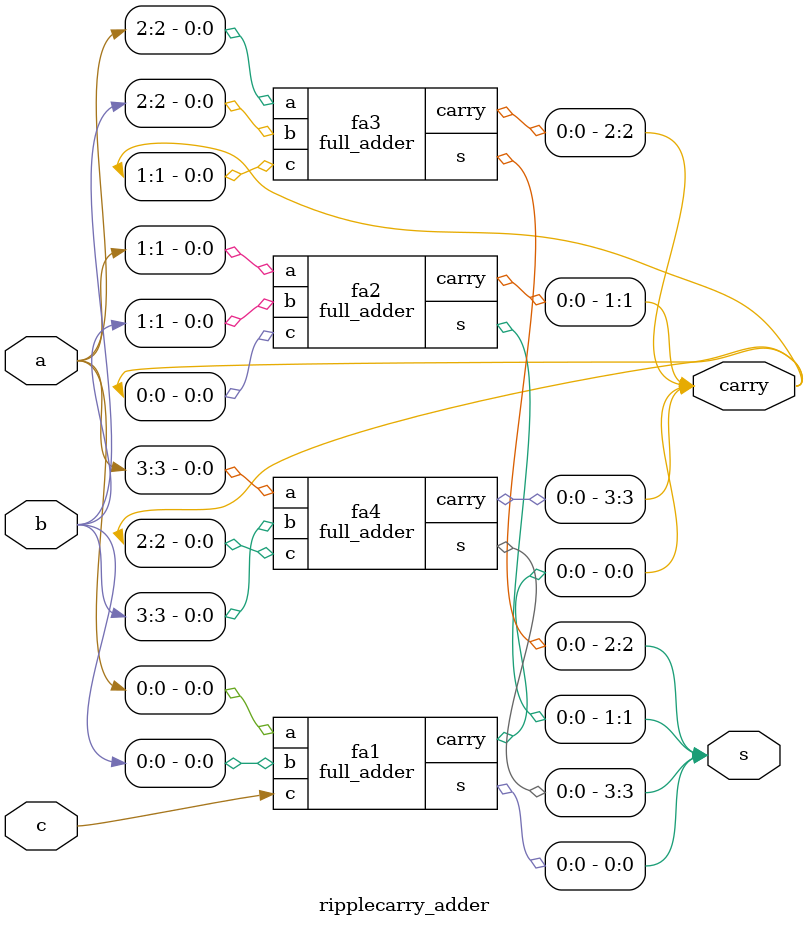
<source format=v>
module full_adder(input a,b,c,output s,carry);

assign s=a^b^c;
assign carry=a&b|b&c|a&c;

endmodule

module 	ripplecarry_adder(input [3:0]a,b,input c, output [3:0]s,carry);

full_adder fa1(.a(a[0]),.b(b[0]),.c(c),.s(s[0]),.carry(carry[0]));
full_adder fa2(.a(a[1]),.b(b[1]),.c(carry[0]),.s(s[1]),.carry(carry[1]));
full_adder fa3(.a(a[2]),.b(b[2]),.c(carry[1]),.s(s[2]),.carry(carry[2]));
full_adder fa4(.a(a[3]),.b(b[3]),.c(carry[2]),.s(s[3]),.carry(carry[3]));

endmodule



</source>
